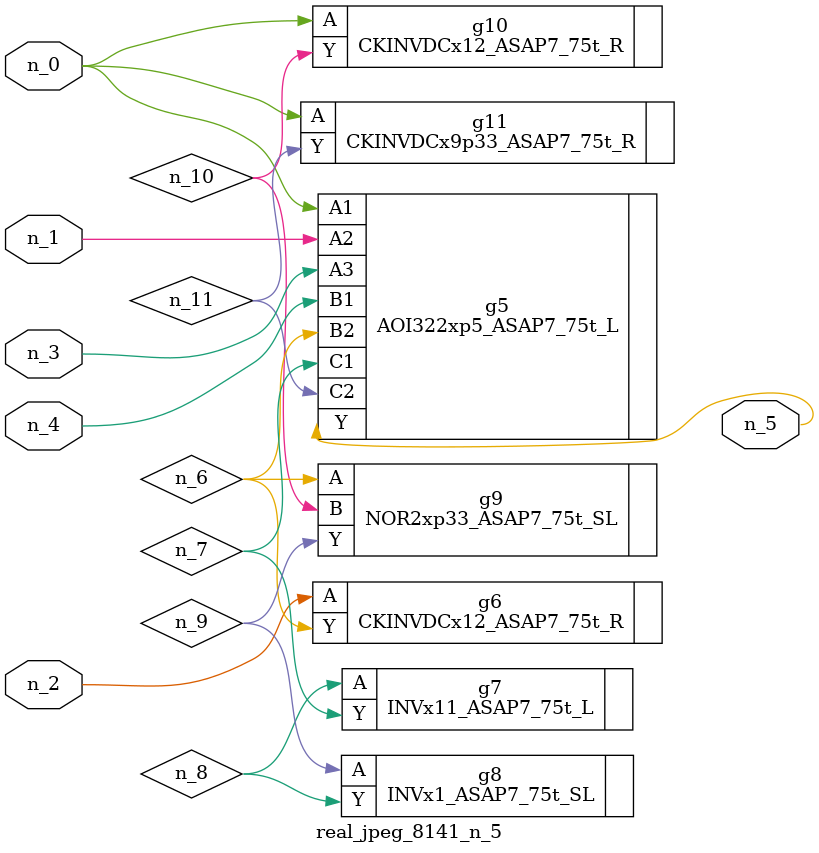
<source format=v>
module real_jpeg_8141_n_5 (n_4, n_0, n_1, n_2, n_3, n_5);

input n_4;
input n_0;
input n_1;
input n_2;
input n_3;

output n_5;

wire n_8;
wire n_11;
wire n_6;
wire n_7;
wire n_10;
wire n_9;

AOI322xp5_ASAP7_75t_L g5 ( 
.A1(n_0),
.A2(n_1),
.A3(n_3),
.B1(n_4),
.B2(n_6),
.C1(n_7),
.C2(n_11),
.Y(n_5)
);

CKINVDCx12_ASAP7_75t_R g10 ( 
.A(n_0),
.Y(n_10)
);

CKINVDCx9p33_ASAP7_75t_R g11 ( 
.A(n_0),
.Y(n_11)
);

CKINVDCx12_ASAP7_75t_R g6 ( 
.A(n_2),
.Y(n_6)
);

NOR2xp33_ASAP7_75t_SL g9 ( 
.A(n_6),
.B(n_10),
.Y(n_9)
);

INVx11_ASAP7_75t_L g7 ( 
.A(n_8),
.Y(n_7)
);

INVx1_ASAP7_75t_SL g8 ( 
.A(n_9),
.Y(n_8)
);


endmodule
</source>
